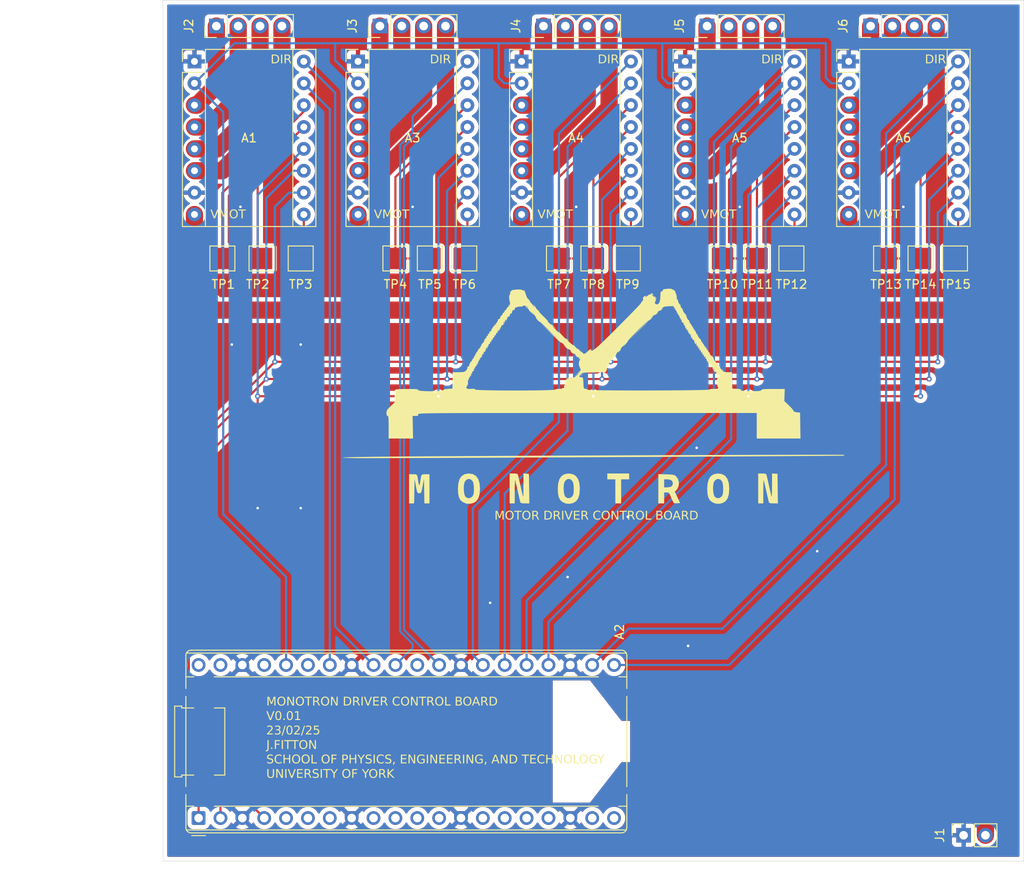
<source format=kicad_pcb>
(kicad_pcb (version 20241229) (generator "pcbnew") (generator_version "9.0")
  (layers (0 "F.Cu" signal) (2 "B.Cu" signal) (13 "F.Paste" user) (15 "B.Paste" user) (5 "F.SilkS" user "F.Silkscreen") (7 "B.SilkS" user "B.Silkscreen") (1 "F.Mask" user) (3 "B.Mask" user) (25 "Edge.Cuts" user))
  (net 0 "")
  (net 1 "GND")
  (net 2 "/RST_M1")
  (net 3 "1B_M1")
  (net 4 "1A_M1")
  (net 5 "MS1")
  (net 6 "2A_M1")
  (net 7 "MS2")
  (net 8 "DIR_M1")
  (net 9 "MS3")
  (net 10 "STP_M1")
  (net 11 "2B_M1")
  (net 12 "+12V")
  (net 13 "/EN_M1")
  (net 14 "+3.3V")
  (net 17 "STP_M4")
  (net 19 "DIR_M2")
  (net 21 "+5V")
  (net 25 "STP_M3")
  (net 26 "DIR_M4")
  (net 28 "STP_M2")
  (net 30 "DIR_M3")
  (net 31 "DIR_M5")
  (net 32 "STP_M5")
  (net 33 "1A_M2")
  (net 34 "2A_M2")
  (net 35 "2B_M2")
  (net 36 "1B_M2")
  (net 37 "/EN_M2")
  (net 38 "/RST_M2")
  (net 39 "2B_M3")
  (net 40 "/RST_M3")
  (net 41 "1B_M3")
  (net 42 "2A_M3")
  (net 43 "1A_M3")
  (net 44 "/EN_M3")
  (net 45 "/RST_M4")
  (net 46 "1A_M4")
  (net 47 "1B_M4")
  (net 48 "/EN_M4")
  (net 49 "2A_M4")
  (net 50 "2B_M4")
  (net 51 "/EN_M5")
  (net 52 "/RST_M5")
  (net 53 "1B_M5")
  (net 54 "1A_M5")
  (net 55 "2A_M5")
  (net 56 "2B_M5")
  (footprint "TestPoint:TestPoint_Pad_2.5x2.5mm" (layer "F.Cu") (at 153 70)
    (property "Reference" "TP12" (at 0 3 0) (layer "F.SilkS"))
    (property "Value" "TestPoint" (hide yes))
    (pad "1" smd rect (at 0 0) (size 2.5 2.5) (layers "F.Cu" "F.Mask") (net 48 "/EN_M4"))
  )
  (footprint "TestPoint:TestPoint_Pad_2.5x2.5mm" (layer "F.Cu") (at 172 70)
    (property "Reference" "TP15" (at 0 3 0) (layer "F.SilkS"))
    (property "Value" "TestPoint" (hide yes))
    (pad "1" smd rect (at 0 0) (size 2.5 2.5) (layers "F.Cu" "F.Mask") (net 51 "/EN_M5"))
  )
  (footprint "Connector_PinHeader_2.54mm:PinHeader_1x04_P2.54mm_Vertical" (layer "F.Cu") (at 86.2 43 90)
    (property "Reference" "J2" (at 0 -3.2 90) (layer "F.SilkS"))
    (property "Value" "Conn_01x04_Pin" (hide yes))
    (pad "1" thru_hole rect (at 0 0 90) (size 1.7 1.7) (drill 1) (layers "*.Cu" "*.Mask") (net 3 "1B_M1"))
    (pad "2" thru_hole oval (at 0 2.54 90) (size 1.7 1.7) (drill 1) (layers "*.Cu" "*.Mask") (net 4 "1A_M1"))
    (pad "3" thru_hole oval (at 0 5.08 90) (size 1.7 1.7) (drill 1) (layers "*.Cu" "*.Mask") (net 6 "2A_M1"))
    (pad "4" thru_hole oval (at 0 7.62 90) (size 1.7 1.7) (drill 1) (layers "*.Cu" "*.Mask") (net 11 "2B_M1"))
  )
  (footprint "LOGO" (layer "F.Cu") (at 130.005662 89.982168)
    (property "Reference" "G***" (hide yes))
    (property "Value" "LOGO" (hide yes))
  )
  (footprint "TestPoint:TestPoint_Pad_2.5x2.5mm" (layer "F.Cu") (at 86.9 70 90)
    (property "Reference" "TP1" (at -3 0.1 180) (layer "F.SilkS"))
    (property "Value" "TestPoint" (hide yes))
    (pad "1" smd rect (at 0 0 90) (size 2.5 2.5) (layers "F.Cu" "F.Mask") (net 2 "/RST_M1"))
  )
  (footprint "TestPoint:TestPoint_Pad_2.5x2.5mm" (layer "F.Cu") (at 145 70)
    (property "Reference" "TP10" (at 0 3 0) (layer "F.SilkS"))
    (property "Value" "TestPoint" (hide yes))
    (pad "1" smd rect (at 0 0) (size 2.5 2.5) (layers "F.Cu" "F.Mask") (net 45 "/RST_M4"))
  )
  (footprint "Connector_PinHeader_2.54mm:PinHeader_1x04_P2.54mm_Vertical" (layer "F.Cu") (at 124.2 43 90)
    (property "Reference" "J4" (at 0 -3.2 90) (layer "F.SilkS"))
    (property "Value" "Conn_01x04_Pin" (hide yes))
    (pad "1" thru_hole rect (at 0 0 90) (size 1.7 1.7) (drill 1) (layers "*.Cu" "*.Mask") (net 41 "1B_M3"))
    (pad "2" thru_hole oval (at 0 2.54 90) (size 1.7 1.7) (drill 1) (layers "*.Cu" "*.Mask") (net 43 "1A_M3"))
    (pad "3" thru_hole oval (at 0 5.08 90) (size 1.7 1.7) (drill 1) (layers "*.Cu" "*.Mask") (net 42 "2A_M3"))
    (pad "4" thru_hole oval (at 0 7.62 90) (size 1.7 1.7) (drill 1) (layers "*.Cu" "*.Mask") (net 39 "2B_M3"))
  )
  (footprint "Connector_PinHeader_2.54mm:PinHeader_1x04_P2.54mm_Vertical" (layer "F.Cu") (at 105.2 43 90)
    (property "Reference" "J3" (at 0 -3.2 90) (layer "F.SilkS"))
    (property "Value" "Conn_01x04_Pin" (hide yes))
    (pad "1" thru_hole rect (at 0 0 90) (size 1.7 1.7) (drill 1) (layers "*.Cu" "*.Mask") (net 36 "1B_M2"))
    (pad "2" thru_hole oval (at 0 2.54 90) (size 1.7 1.7) (drill 1) (layers "*.Cu" "*.Mask") (net 33 "1A_M2"))
    (pad "3" thru_hole oval (at 0 5.08 90) (size 1.7 1.7) (drill 1) (layers "*.Cu" "*.Mask") (net 34 "2A_M2"))
    (pad "4" thru_hole oval (at 0 7.62 90) (size 1.7 1.7) (drill 1) (layers "*.Cu" "*.Mask") (net 35 "2B_M2"))
  )
  (footprint "Module:Pololu_Breakout-16_15.2x20.3mm" (layer "F.Cu") (at 140.66 47.11)
    (property "Reference" "A5" (at 6.34 8.89 0) (layer "F.SilkS"))
    (property "Value" "Pololu_Breakout_A4988" (hide yes))
    (pad "1" thru_hole rect (at 0 0) (size 1.6 1.6) (drill 0.8) (layers "*.Cu" "*.Mask") (net 1 "GND"))
    (pad "2" thru_hole oval (at 0 2.54) (size 1.6 1.6) (drill 0.8) (layers "*.Cu" "*.Mask") (net 14 "+3.3V"))
    (pad "3" thru_hole oval (at 0 5.08) (size 1.6 1.6) (drill 0.8) (layers "*.Cu" "*.Mask") (net 47 "1B_M4"))
    (pad "4" thru_hole oval (at 0 7.62) (size 1.6 1.6) (drill 0.8) (layers "*.Cu" "*.Mask") (net 46 "1A_M4"))
    (pad "5" thru_hole oval (at 0 10.16) (size 1.6 1.6) (drill 0.8) (layers "*.Cu" "*.Mask") (net 49 "2A_M4"))
    (pad "6" thru_hole oval (at 0 12.7) (size 1.6 1.6) (drill 0.8) (layers "*.Cu" "*.Mask") (net 50 "2B_M4"))
    (pad "7" thru_hole oval (at 0 15.24) (size 1.6 1.6) (drill 0.8) (layers "*.Cu" "*.Mask") (net 1 "GND"))
    (pad "8" thru_hole oval (at 0 17.78) (size 1.6 1.6) (drill 0.8) (layers "*.Cu" "*.Mask") (net 12 "+12V"))
    (pad "9" thru_hole oval (at 12.7 17.78) (size 1.6 1.6) (drill 0.8) (layers "*.Cu" "*.Mask") (net 48 "/EN_M4"))
    (pad "10" thru_hole oval (at 12.7 15.24) (size 1.6 1.6) (drill 0.8) (layers "*.Cu" "*.Mask") (net 5 "MS1"))
    (pad "11" thru_hole oval (at 12.7 12.7) (size 1.6 1.6) (drill 0.8) (layers "*.Cu" "*.Mask") (net 7 "MS2"))
    (pad "12" thru_hole oval (at 12.7 10.16) (size 1.6 1.6) (drill 0.8) (layers "*.Cu" "*.Mask") (net 9 "MS3"))
    (pad "13" thru_hole oval (at 12.7 7.62) (size 1.6 1.6) (drill 0.8) (layers "*.Cu" "*.Mask") (net 45 "/RST_M4"))
    (pad "14" thru_hole oval (at 12.7 5.08) (size 1.6 1.6) (drill 0.8) (layers "*.Cu" "*.Mask") (net 45 "/RST_M4"))
    (pad "15" thru_hole oval (at 12.7 2.54) (size 1.6 1.6) (drill 0.8) (layers "*.Cu" "*.Mask") (net 17 "STP_M4"))
    (pad "16" thru_hole oval (at 12.7 0) (size 1.6 1.6) (drill 0.8) (layers "*.Cu" "*.Mask") (net 26 "DIR_M4"))
  )
  (footprint "Connector_PinHeader_2.54mm:PinHeader_1x04_P2.54mm_Vertical" (layer "F.Cu") (at 162.2 43 90)
    (property "Reference" "J6" (at 0 -3.2 90) (layer "F.SilkS"))
    (property "Value" "Conn_01x04_Pin" (hide yes))
    (pad "1" thru_hole rect (at 0 0 90) (size 1.7 1.7) (drill 1) (layers "*.Cu" "*.Mask") (net 53 "1B_M5"))
    (pad "2" thru_hole oval (at 0 2.54 90) (size 1.7 1.7) (drill 1) (layers "*.Cu" "*.Mask") (net 54 "1A_M5"))
    (pad "3" thru_hole oval (at 0 5.08 90) (size 1.7 1.7) (drill 1) (layers "*.Cu" "*.Mask") (net 55 "2A_M5"))
    (pad "4" thru_hole oval (at 0 7.62 90) (size 1.7 1.7) (drill 1) (layers "*.Cu" "*.Mask") (net 56 "2B_M5"))
  )
  (footprint "TestPoint:TestPoint_Pad_2.5x2.5mm" (layer "F.Cu") (at 91.45 70 90)
    (property "Reference" "TP2" (at -3 -0.45 180) (layer "F.SilkS"))
    (property "Value" "TestPoint" (hide yes))
    (pad "1" smd rect (at 0 0 90) (size 2.5 2.5) (layers "F.Cu" "F.Mask") (net 2 "/RST_M1"))
  )
  (footprint "TestPoint:TestPoint_Pad_2.5x2.5mm" (layer "F.Cu") (at 107 70)
    (property "Reference" "TP4" (at 0 3 0) (layer "F.SilkS"))
    (property "Value" "TestPoint" (hide yes))
    (pad "1" smd rect (at 0 0) (size 2.5 2.5) (layers "F.Cu" "F.Mask") (net 38 "/RST_M2"))
  )
  (footprint "Module:Pololu_Breakout-16_15.2x20.3mm" (layer "F.Cu") (at 83.66 47.11)
    (property "Reference" "A1" (at 6.34 8.89 0) (layer "F.SilkS"))
    (property "Value" "Pololu_Breakout_A4988")
    (pad "1" thru_hole rect (at 0 0) (size 1.6 1.6) (drill 0.8) (layers "*.Cu" "*.Mask") (net 1 "GND"))
    (pad "2" thru_hole oval (at 0 2.54) (size 1.6 1.6) (drill 0.8) (layers "*.Cu" "*.Mask") (net 14 "+3.3V"))
    (pad "3" thru_hole oval (at 0 5.08) (size 1.6 1.6) (drill 0.8) (layers "*.Cu" "*.Mask") (net 3 "1B_M1"))
    (pad "4" thru_hole oval (at 0 7.62) (size 1.6 1.6) (drill 0.8) (layers "*.Cu" "*.Mask") (net 4 "1A_M1"))
    (pad "5" thru_hole oval (at 0 10.16) (size 1.6 1.6) (drill 0.8) (layers "*.Cu" "*.Mask") (net 6 "2A_M1"))
    (pad "6" thru_hole oval (at 0 12.7) (size 1.6 1.6) (drill 0.8) (layers "*.Cu" "*.Mask") (net 11 "2B_M1"))
    (pad "7" thru_hole oval (at 0 15.24) (size 1.6 1.6) (drill 0.8) (layers "*.Cu" "*.Mask") (net 1 "GND"))
    (pad "8" thru_hole oval (at 0 17.78) (size 1.6 1.6) (drill 0.8) (layers "*.Cu" "*.Mask") (net 12 "+12V"))
    (pad "9" thru_hole oval (at 12.7 17.78) (size 1.6 1.6) (drill 0.8) (layers "*.Cu" "*.Mask") (net 13 "/EN_M1"))
    (pad "10" thru_hole oval (at 12.7 15.24) (size 1.6 1.6) (drill 0.8) (layers "*.Cu" "*.Mask") (net 5 "MS1"))
    (pad "11" thru_hole oval (at 12.7 12.7) (size 1.6 1.6) (drill 0.8) (layers "*.Cu" "*.Mask") (net 7 "MS2"))
    (pad "12" thru_hole oval (at 12.7 10.16) (size 1.6 1.6) (drill 0.8) (layers "*.Cu" "*.Mask") (net 9 "MS3"))
    (pad "13" thru_hole oval (at 12.7 7.62) (size 1.6 1.6) (drill 0.8) (layers "*.Cu" "*.Mask") (net 2 "/RST_M1"))
    (pad "14" thru_hole oval (at 12.7 5.08) (size 1.6 1.6) (drill 0.8) (layers "*.Cu" "*.Mask") (net 2 "/RST_M1"))
    (pad "15" thru_hole oval (at 12.7 2.54) (size 1.6 1.6) (drill 0.8) (layers "*.Cu" "*.Mask") (net 10 "STP_M1"))
    (pad "16" thru_hole oval (at 12.7 0) (size 1.6 1.6) (drill 0.8) (layers "*.Cu" "*.Mask") (net 8 "DIR_M1"))
  )
  (footprint "TestPoint:TestPoint_Pad_2.5x2.5mm" (layer "F.Cu") (at 115 70)
    (property "Reference" "TP6" (at 0 3 0) (layer "F.SilkS"))
    (property "Value" "TestPoint" (hide yes))
    (pad "1" smd rect (at 0 0) (size 2.5 2.5) (layers "F.Cu" "F.Mask") (net 37 "/EN_M2"))
  )
  (footprint "TestPoint:TestPoint_Pad_2.5x2.5mm" (layer "F.Cu") (at 111 70)
    (property "Reference" "TP5" (at 0 3 0) (layer "F.SilkS"))
    (property "Value" "TestPoint" (hide yes))
    (pad "1" smd rect (at 0 0) (size 2.5 2.5) (layers "F.Cu" "F.Mask") (net 38 "/RST_M2"))
  )
  (footprint "TestPoint:TestPoint_Pad_2.5x2.5mm" (layer "F.Cu") (at 96 70 90)
    (property "Reference" "TP3" (at -3 0 180) (layer "F.SilkS"))
    (property "Value" "TestPoint" (hide yes))
    (pad "1" smd rect (at 0 0 90) (size 2.5 2.5) (layers "F.Cu" "F.Mask") (net 13 "/EN_M1"))
  )
  (footprint "TestPoint:TestPoint_Pad_2.5x2.5mm" (layer "F.Cu") (at 134 70)
    (property "Reference" "TP9" (at 0 3 0) (layer "F.SilkS"))
    (property "Value" "TestPoint" (hide yes))
    (pad "1" smd rect (at 0 0) (size 2.5 2.5) (layers "F.Cu" "F.Mask") (net 44 "/EN_M3"))
  )
  (footprint "TestPoint:TestPoint_Pad_2.5x2.5mm" (layer "F.Cu") (at 130 70)
    (property "Reference" "TP8" (at 0 3 0) (layer "F.SilkS"))
    (property "Value" "TestPoint" (hide yes))
    (pad "1" smd rect (at 0 0) (size 2.5 2.5) (layers "F.Cu" "F.Mask") (net 40 "/RST_M3"))
  )
  (footprint "Module:Pololu_Breakout-16_15.2x20.3mm" (layer "F.Cu") (at 102.66 47.11)
    (property "Reference" "A3" (at 6.34 8.89 0) (layer "F.SilkS"))
    (property "Value" "Pololu_Breakout_A4988" (hide yes))
    (pad "1" thru_hole rect (at 0 0) (size 1.6 1.6) (drill 0.8) (layers "*.Cu" "*.Mask") (net 1 "GND"))
    (pad "2" thru_hole oval (at 0 2.54) (size 1.6 1.6) (drill 0.8) (layers "*.Cu" "*.Mask") (net 14 "+3.3V"))
    (pad "3" thru_hole oval (at 0 5.08) (size 1.6 1.6) (drill 0.8) (layers "*.Cu" "*.Mask") (net 36 "1B_M2"))
    (pad "4" thru_hole oval (at 0 7.62) (size 1.6 1.6) (drill 0.8) (layers "*.Cu" "*.Mask") (net 33 "1A_M2"))
    (pad "5" thru_hole oval (at 0 10.16) (size 1.6 1.6) (drill 0.8) (layers "*.Cu" "*.Mask") (net 34 "2A_M2"))
    (pad "6" thru_hole oval (at 0 12.7) (size 1.6 1.6) (drill 0.8) (layers "*.Cu" "*.Mask") (net 35 "2B_M2"))
    (pad "7" thru_hole oval (at 0 15.24) (size 1.6 1.6) (drill 0.8) (layers "*.Cu" "*.Mask") (net 1 "GND"))
    (pad "8" thru_hole oval (at 0 17.78) (size 1.6 1.6) (drill 0.8) (layers "*.Cu" "*.Mask") (net 12 "+12V"))
    (pad "9" thru_hole oval (at 12.7 17.78) (size 1.6 1.6) (drill 0.8) (layers "*.Cu" "*.Mask") (net 37 "/EN_M2"))
    (pad "10" thru_hole oval (at 12.7 15.24) (size 1.6 1.6) (drill 0.8) (layers "*.Cu" "*.Mask") (net 5 "MS1"))
    (pad "11" thru_hole oval (at 12.7 12.7) (size 1.6 1.6) (drill 0.8) (layers "*.Cu" "*.Mask") (net 7 "MS2"))
    (pad "12" thru_hole oval (at 12.7 10.16) (size 1.6 1.6) (drill 0.8) (layers "*.Cu" "*.Mask") (net 9 "MS3"))
    (pad "13" thru_hole oval (at 12.7 7.62) (size 1.6 1.6) (drill 0.8) (layers "*.Cu" "*.Mask") (net 38 "/RST_M2"))
    (pad "14" thru_hole oval (at 12.7 5.08) (size 1.6 1.6) (drill 0.8) (layers "*.Cu" "*.Mask") (net 38 "/RST_M2"))
    (pad "15" thru_hole oval (at 12.7 2.54) (size 1.6 1.6) (drill 0.8) (layers "*.Cu" "*.Mask") (net 28 "STP_M2"))
    (pad "16" thru_hole oval (at 12.7 0) (size 1.6 1.6) (drill 0.8) (layers "*.Cu" "*.Mask") (net 19 "DIR_M2"))
  )
  (footprint "Module:Pololu_Breakout-16_15.2x20.3mm" (layer "F.Cu") (at 121.66 47.11)
    (property "Reference" "A4" (at 6.34 8.89 0) (layer "F.SilkS"))
    (property "Value" "Pololu_Breakout_A4988" (hide yes))
    (pad "1" thru_hole rect (at 0 0) (size 1.6 1.6) (drill 0.8) (layers "*.Cu" "*.Mask") (net 1 "GND"))
    (pad "2" thru_hole oval (at 0 2.54) (size 1.6 1.6) (drill 0.8) (layers "*.Cu" "*.Mask") (net 14 "+3.3V"))
    (pad "3" thru_hole oval (at 0 5.08) (size 1.6 1.6) (drill 0.8) (layers "*.Cu" "*.Mask") (net 41 "1B_M3"))
    (pad "4" thru_hole oval (at 0 7.62) (size 1.6 1.6) (drill 0.8) (layers "*.Cu" "*.Mask") (net 43 "1A_M3"))
    (pad "5" thru_hole oval (at 0 10.16) (size 1.6 1.6) (drill 0.8) (layers "*.Cu" "*.Mask") (net 42 "2A_M3"))
    (pad "6" thru_hole oval (at 0 12.7) (size 1.6 1.6) (drill 0.8) (layers "*.Cu" "*.Mask") (net 39 "2B_M3"))
    (pad "7" thru_hole oval (at 0 15.24) (size 1.6 1.6) (drill 0.8) (layers "*.Cu" "*.Mask") (net 1 "GND"))
    (pad "8" thru_hole oval (at 0 17.78) (size 1.6 1.6) (drill 0.8) (layers "*.Cu" "*.Mask") (net 12 "+12V"))
    (pad "9" thru_hole oval (at 12.7 17.78) (size 1.6 1.6) (drill 0.8) (layers "*.Cu" "*.Mask") (net 44 "/EN_M3"))
    (pad "10" thru_hole oval (at 12.7 15.24) (size 1.6 1.6) (drill 0.8) (layers "*.Cu" "*.Mask") (net 5 "MS1"))
    (pad "11" thru_hole oval (at 12.7 12.7) (size 1.6 1.6) (drill 0.8) (layers "*.Cu" "*.Mask") (net 7 "MS2"))
    (pad "12" thru_hole oval (at 12.7 10.16) (size 1.6 1.6) (drill 0.8) (layers "*.Cu" "*.Mask") (net 9 "MS3"))
    (pad "13" thru_hole oval (at 12.7 7.62) (size 1.6 1.6) (drill 0.8) (layers "*.Cu" "*.Mask") (net 40 "/RST_M3"))
    (pad "14" thru_hole oval (at 12.7 5.08) (size 1.6 1.6) (drill 0.8) (layers "*.Cu" "*.Mask") (net 40 "/RST_M3"))
    (pad "15" thru_hole oval (at 12.7 2.54) (size 1.6 1.6) (drill 0.8) (layers "*.Cu" "*.Mask") (net 25 "STP_M3"))
    (pad "16" thru_hole oval (at 12.7 0) (size 1.6 1.6) (drill 0.8) (layers "*.Cu" "*.Mask") (net 30 "DIR_M3"))
  )
  (footprint "Connector_PinHeader_2.54mm:PinHeader_1x04_P2.54mm_Vertical" (layer "F.Cu") (at 143.2 43 90)
    (property "Reference" "J5" (at 0 -3.2 90) (layer "F.SilkS"))
    (property "Value" "Conn_01x04_Pin" (hide yes))
    (pad "1" thru_hole rect (at 0 0 90) (size 1.7 1.7) (drill 1) (layers "*.Cu" "*.Mask") (net 47 "1B_M4"))
    (pad "2" thru_hole oval (at 0 2.54 90) (size 1.7 1.7) (drill 1) (layers "*.Cu" "*.Mask") (net 46 "1A_M4"))
    (pad "3" thru_hole oval (at 0 5.08 90) (size 1.7 1.7) (drill 1) (layers "*.Cu" "*.Mask") (net 49 "2A_M4"))
    (pad "4" thru_hole oval (at 0 7.62 90) (size 1.7 1.7) (drill 1) (layers "*.Cu" "*.Mask") (net 50 "2B_M4"))
  )
  (footprint "Connector_PinSocket_2.54mm:PinSocket_1x02_P2.54mm_Vertical" (layer "F.Cu") (at 173 137 90)
    (property "Reference" "J1" (at 0 -2.77 90) (layer "F.SilkS"))
    (property "Value" "Conn_01x02_Pin")
    (pad "1" thru_hole rect (at 0 0 90) (size 1.7 1.7) (drill 1) (layers "*.Cu" "*.Mask") (net 1 "GND"))
    (pad "2" thru_hole oval (at 0 2.54 90) (size 1.7 1.7) (drill 1) (layers "*.Cu" "*.Mask") (net 12 "+12V"))
  )
  (footprint "TestPoint:TestPoint_Pad_2.5x2.5mm" (layer "F.Cu") (at 126 70)
    (property "Reference" "TP7" (at 0 3 0) (layer "F.SilkS"))
    (property "Value" "TestPoint" (hide yes))
    (pad "1" smd rect (at 0 0) (size 2.5 2.5) (layers "F.Cu" "F.Mask") (net 40 "/RST_M3"))
  )
  (footprint "TestPoint:TestPoint_Pad_2.5x2.5mm" (layer "F.Cu") (at 168 70)
    (property "Reference" "TP14" (at 0 3 0) (layer "F.SilkS"))
    (property "Value" "TestPoint" (hide yes))
    (pad "1" smd rect (at 0 0) (size 2.5 2.5) (layers "F.Cu" "F.Mask") (net 52 "/RST_M5"))
  )
  (footprint "Module:RaspberryPi_Pico_Common_THT" (layer "F.Cu") (at 84.14 135 90)
    (property "Reference" "A2" (at 20.6375 48.895 90) (layer "F.SilkS") (effects (justify left)))
    (property "Value" "RaspberryPi_Pico")
    (pad "1" thru_hole roundrect (at 0 0 90) (size 1.6 1.6) (drill 1) (layers "*.Cu" "*.Mask") (roundrect_rratio 0.125) (net 5 "MS1"))
    (pad "2" thru_hole circle (at 0 2.54 90) (size 1.6 1.6) (drill 1) (layers "*.Cu" "*.Mask") (net 7 "MS2"))
    (pad "3" thru_hole custom (at 0 5.08 90) (size 1.6 1.6) (drill 1) (layers "*.Cu" "*.Mask") (net 1 "GND") (options (clearance outline) (anchor circle)) (primitives (gr_poly (pts (xy 0.8 0.6) (xy 0.8 -0.6) (xy 0.6 -0.8) (xy 0 -0.8) (xy 0 0.8) (xy 0.6 0.8)) (width 0) (fill yes)) (gr_circle (center 0.6 0.6) (end 0.8 0.6) (width 0) (fill yes)) (gr_circle (center 0.6 -0.6) (end 0.8 -0.6) (width 0) (fill yes))))
    (pad "4" thru_hole circle (at 0 7.62 90) (size 1.6 1.6) (drill 1) (layers "*.Cu" "*.Mask") (net 9 "MS3"))
    (pad "5" thru_hole circle (at 0 10.16 90) (size 1.6 1.6) (drill 1) (layers "*.Cu" "*.Mask"))
    (pad "6" thru_hole circle (at 0 12.7 90) (size 1.6 1.6) (drill 1) (layers "*.Cu" "*.Mask"))
    (pad "7" thru_hole circle (at 0 15.24 90) (size 1.6 1.6) (drill 1) (layers "*.Cu" "*.Mask"))
    (pad "8" thru_hole custom (at 0 17.78 90) (size 1.6 1.6) (drill 1) (layers "*.Cu" "*.Mask") (net 1 "GND") (options (clearance outline) (anchor circle)) (primitives (gr_poly (pts (xy 0.8 0.6) (xy 0.8 -0.6) (xy 0.6 -0.8) (xy 0 -0.8) (xy 0 0.8) (xy 0.6 0.8)) (width 0) (fill yes)) (gr_circle (center 0.6 0.6) (end 0.8 0.6) (width 0) (fill yes)) (gr_circle (center 0.6 -0.6) (end 0.8 -0.6) (width 0) (fill yes))))
    (pad "9" thru_hole circle (at 0 20.32 90) (size 1.6 1.6) (drill 1) (layers "*.Cu" "*.Mask"))
    (pad "10" thru_hole circle (at 0 22.86 90) (size 1.6 1.6) (drill 1) (layers "*.Cu" "*.Mask"))
    (pad "11" thru_hole circle (at 0 25.4 90) (size 1.6 1.6) (drill 1) (layers "*.Cu" "*.Mask"))
    (pad "12" thru_hole circle (at 0 27.94 90) (size 1.6 1.6) (drill 1) (layers "*.Cu" "*.Mask"))
    (pad "13" thru_hole custom (at 0 30.48 90) (size 1.6 1.6) (drill 1) (layers "*.Cu" "*.Mask") (net 1 "GND") (options (clearance outline) (anchor circle)) (primitives (gr_poly (pts (xy 0.8 0.6) (xy 0.8 -0.6) (xy 0.6 -0.8) (xy 0 -0.8) (xy 0 0.8) (xy 0.6 0.8)) (width 0) (fill yes)) (gr_circle (center 0.6 0.6) (end 0.8 0.6) (width 0) (fill yes)) (gr_circle (center 0.6 -0.6) (end 0.8 -0.6) (width 0) (fill yes))))
    (pad "14" thru_hole circle (at 0 33.02 90) (size 1.6 1.6) (drill 1) (layers "*.Cu" "*.Mask"))
    (pad "15" thru_hole circle (at 0 35.56 90) (size 1.6 1.6) (drill 1) (layers "*.Cu" "*.Mask"))
    (pad "16" thru_hole circle (at 0 38.1 90) (size 1.6 1.6) (drill 1) (layers "*.Cu" "*.Mask"))
    (pad "17" thru_hole circle (at 0 40.64 90) (size 1.6 1.6) (drill 1) (layers "*.Cu" "*.Mask"))
    (pad "18" thru_hole custom (at 0 43.18 90) (size 1.6 1.6) (drill 1) (layers "*.Cu" "*.Mask") (net 1 "GND") (options (clearance outline) (anchor circle)) (primitives (gr_poly (pts (xy 0.8 0.6) (xy 0.8 -0.6) (xy 0.6 -0.8) (xy 0 -0.8) (xy 0 0.8) (xy 0.6 0.8)) (width 0) (fill yes)) (gr_circle (center 0.6 0.6) (end 0.8 0.6) (width 0) (fill yes)) (gr_circle (center 0.6 -0.6) (end 0.8 -0.6) (width 0) (fill yes))))
    (pad "19" thru_hole circle (at 0 45.72 90) (size 1.6 1.6) (drill 1) (layers "*.Cu" "*.Mask"))
    (pad "20" thru_hole circle (at 0 48.26 90) (size 1.6 1.6) (drill 1) (layers "*.Cu" "*.Mask"))
    (pad "21" thru_hole circle (at 17.78 48.26 90) (size 1.6 1.6) (drill 1) (layers "*.Cu" "*.Mask") (net 32 "STP_M5"))
    (pad "22" thru_hole circle (at 17.78 45.72 90) (size 1.6 1.6) (drill 1) (layers "*.Cu" "*.Mask") (net 31 "DIR_M5"))
    (pad "23" thru_hole custom (at 17.78 43.18 90) (size 1.6 1.6) (drill 1) (layers "*.Cu" "*.Mask") (net 1 "GND") (options (clearance outline) (anchor circle)) (primitives (gr_poly (pts (xy -0.8 0.6) (xy -0.8 -0.6) (xy -0.6 -0.8) (xy 0 -0.8) (xy 0 0.8) (xy -0.6 0.8)) (width 0) (fill yes)) (gr_circle (center -0.6 0.6) (end -0.4 0.6) (width 0) (fill yes)) (gr_circle (center -0.6 -0.6) (end -0.4 -0.6) (width 0) (fill yes))))
    (pad "24" thru_hole circle (at 17.78 40.64 90) (size 1.6 1.6) (drill 1) (layers "*.Cu" "*.Mask") (net 17 "STP_M4"))
    (pad "25" thru_hole circle (at 17.78 38.1 90) (size 1.6 1.6) (drill 1) (layers "*.Cu" "*.Mask") (net 26 "DIR_M4"))
    (pad "26" thru_hole circle (at 17.78 35.56 90) (size 1.6 1.6) (drill 1) (layers "*.Cu" "*.Mask") (net 25 "STP_M3"))
    (pad "27" thru_hole circle (at 17.78 33.02 90) (size 1.6 1.6) (drill 1) (layers "*.Cu" "*.Mask") (net 30 "DIR_M3"))
    (pad "28" thru_hole custom (at 17.78 30.48 90) (size 1.6 1.6) (drill 1) (layers "*.Cu" "*.Mask") (net 1 "GND") (options (clearance outline) (anchor circle)) (primitives (gr_poly (pts (xy -0.8 0.6) (xy -0.8 -0.6) (xy -0.6 -0.8) (xy 0 -0.8) (xy 0 0.8) (xy -0.6 0.8)) (width 0) (fill yes)) (gr_circle (center -0.6 0.6) (end -0.4 0.6) (width 0) (fill yes)) (gr_circle (center -0.6 -0.6) (end -0.4 -0.6) (width 0) (fill yes))))
    (pad "29" thru_hole circle (at 17.78 27.94 90) (size 1.6 1.6) (drill 1) (layers "*.Cu" "*.Mask") (net 28 "STP_M2"))
    (pad "30" thru_hole circle (at 17.78 25.4 90) (size 1.6 1.6) (drill 1) (layers "*.Cu" "*.Mask"))
    (pad "31" thru_hole circle (at 17.78 22.86 90) (size 1.6 1.6) (drill 1) (layers "*.Cu" "*.Mask") (net 19 "DIR_M2"))
    (pad "32" thru_hole circle (at 17.78 20.32 90) (size 1.6 1.6) (drill 1) (layers "*.Cu" "*.Mask") (net 8 "DIR_M1"))
    (pad "33" thru_hole custom (at 17.78 17.78 90) (size 1.6 1.6) (drill 1) (layers "*.Cu" "*.Mask") (net 1 "GND") (options (clearance outline) (anchor circle)) (primitives (gr_poly (pts (xy -0.8 0.6) (xy -0.8 -0.6) (xy -0.6 -0.8) (xy 0 -0.8) (xy 0 0.8) (xy -0.6 0.8)) (width 0) (fill yes)) (gr_circle (center -0.6 0.6) (end -0.4 0.6) (width 0) (fill yes)) (gr_circle (center -0.6 -0.6) (end -0.4 -0.6) (width 0) (fill yes))))
    (pad "34" thru_hole circle (at 17.78 15.24 90) (size 1.6 1.6) (drill 1) (layers "*.Cu" "*.Mask") (net 10 "STP_M1"))
    (pad "35" thru_hole circle (at 17.78 12.7 90) (size 1.6 1.6) (drill 1) (layers "*.Cu" "*.Mask"))
    (pad "36" thru_hole circle (at 17.78 10.16 90) (size 1.6 1.6) (drill 1) (layers "*.Cu" "*.Mask") (net 14 "+3.3V"))
    (pad "37" thru_hole circle (at 17.78 7.62 90) (size 1.6 1.6) (drill 1) (layers "*.Cu" "*.Mask"))
    (pad "38" thru_hole custom (at 17.78 5.08 90) (size 1.6 1.6) (drill 1) (layers "*.Cu" "*.Mask") (net 1 "GND") (options (clearance outline) (anchor circle)) (primitives (gr_poly (pts (xy -0.8 0.6) (xy -0.8 -0.6) (xy -0.6 -0.8) (xy 0 -0.8) (xy 0 0.8) (xy -0.6 0.8)) (width 0) (fill yes)) (gr_circle (center -0.6 0.6) (end -0.4 0.6) (width 0) (fill yes)) (gr_circle (center -0.6 -0.6) (end -0.4 -0.6) (width 0) (fill yes))))
    (pad "39" thru_hole circle (at 17.78 2.54 90) (size 1.6 1.6) (drill 1) (layers "*.Cu" "*.Mask") (net 21 "+5V"))
    (pad "40" thru_hole circle (at 17.78 0 90) (size 1.6 1.6) (drill 1) (layers "*.Cu" "*.Mask"))
    (zone (net 0) (net_name "") (layers "F.Cu" "B.Cu" "F.Paste" "B.Paste") (name "Antenna Copper Keep Out") (connect_pads (clearance 0)) (min_thickness 0.254)
      (keepout (tracks not_allowed) (vias not_allowed) (pads not_allowed) (copperpour not_allowed) (footprints allowed))
      (fill (thermal_gap 0.508) (thermal_bridge_width 0.508))
      (polygon (pts (xy 133.259895 128.51) (xy 129.609895 133.21) (xy 125.27 133.21) (xy 125.27 119.01) (xy 129.609895 119.01) (xy 133.259895 123.71) (xy 134.27 123.71) (xy 134.27 128.51)))
    )
  )
  (footprint "Module:Pololu_Breakout-16_15.2x20.3mm" (layer "F.Cu") (at 159.66 47.11)
    (property "Reference" "A6" (at 6.35 8.89 0) (layer "F.SilkS"))
    (property "Value" "Pololu_Breakout_A4988" (hide yes))
    (pad "1" thru_hole rect (at 0 0) (size 1.6 1.6) (drill 0.8) (layers "*.Cu" "*.Mask") (net 1 "GND"))
    (pad "2" thru_hole oval (at 0 2.54) (size 1.6 1.6) (drill 0.8) (layers "*.Cu" "*.Mask") (net 14 "+3.3V"))
    (pad "3" thru_hole oval (at 0 5.08) (size 1.6 1.6) (drill 0.8) (layers "*.Cu" "*.Mask") (net 53 "1B_M5"))
    (pad "4" thru_hole oval (at 0 7.62) (size 1.6 1.6) (drill 0.8) (layers "*.Cu" "*.Mask") (net 54 "1A_M5"))
    (pad "5" thru_hole oval (at 0 10.16) (size 1.6 1.6) (drill 0.8) (layers "*.Cu" "*.Mask") (net 55 "2A_M5"))
    (pad "6" thru_hole oval (at 0 12.7) (size 1.6 1.6) (drill 0.8) (layers "*.Cu" "*.Mask") (net 56 "2B_M5"))
    (pad "7" thru_hole oval (at 0 15.24) (size 1.6 1.6) (drill 0.8) (layers "*.Cu" "*.Mask") (net 1 "GND"))
    (pad "8" thru_hole oval (at 0 17.78) (size 1.6 1.6) (drill 0.8) (layers "*.Cu" "*.Mask") (net 12 "+12V"))
    (pad "9" thru_hole oval (at 12.7 17.78) (size 1.6 1.6) (drill 0.8) (layers "*.Cu" "*.Mask") (net 51 "/EN_M5"))
    (pad "10" thru_hole oval (at 12.7 15.24) (size 1.6 1.6) (drill 0.8) (layers "*.Cu" "*.Mask") (net 5 "MS1"))
    (pad "11" thru_hole oval (at 12.7 12.7) (size 1.6 1.6) (drill 0.8) (layers "*.Cu" "*.Mask") (net 7 "MS2"))
    (pad "12" thru_hole oval (at 12.7 10.16) (size 1.6 1.6) (drill 0.8) (layers "*.Cu" "*.Mask") (net 9 "MS3"))
    (pad "13" thru_hole oval (at 12.7 7.62) (size 1.6 1.6) (drill 0.8) (layers "*.Cu" "*.Mask") (net 52 "/RST_M5"))
    (pad "14" thru_hole oval (at 12.7 5.08) (size 1.6 1.6) (drill 0.8) (layers "*.Cu" "*.Mask") (net 52 "/RST_M5"))
    (pad "15" thru_hole oval (at 12.7 2.54) (size 1.6 1.6) (drill 0.8) (layers "*.Cu" "*.Mask") (net 32 "STP_M5"))
    (pad "16" thru_hole oval (at 12.7 0) (size 1.6 1.6) (drill 0.8) (layers "*.Cu" "*.Mask") (net 31 "DIR_M5"))
  )
  (footprint "TestPoint:TestPoint_Pad_2.5x2.5mm" (layer "F.Cu") (at 149 70)
    (property "Reference" "TP11" (at 0 3 0) (layer "F.SilkS"))
    (property "Value" "TestPoint" (hide yes))
    (pad "1" smd rect (at 0 0) (size 2.5 2.5) (layers "F.Cu" "F.Mask") (net 45 "/RST_M4"))
  )
  (footprint "TestPoint:TestPoint_Pad_2.5x2.5mm" (layer "F.Cu") (at 164 70)
    (property "Reference" "TP13" (at 0 3 0) (layer "F.SilkS"))
    (property "Value" "TestPoint" (hide yes))
    (pad "1" smd rect (at 0 0) (size 2.5 2.5) (layers "F.Cu" "F.Mask") (net 52 "/RST_M5"))
  )
  (gr_rect (start 80 40) (end 180 140) (stroke (width 0.05)) (fill no) (layer "Edge.Cuts"))
  (gr_text "VMOT" (at 161.5 65.5 0) (layer "F.SilkS") (effects (font (size 1 1)) (justify left bottom)))
  (gr_text "VMOT" (at 85.5 65.5 0) (layer "F.SilkS") (effects (font (size 1 1)) (justify left bottom)))
  (gr_text "DIR" (at 92.5 47.5 0) (layer "F.SilkS") (effects (font (size 1 1)) (justify left bottom)))
  (gr_text "VMOT" (at 123.5 65.5 0) (layer "F.SilkS") (effects (font (size 1 1)) (justify left bottom)))
  (gr_text "VMOT" (at 142.5 65.5 0) (layer "F.SilkS") (effects (font (size 1 1)) (justify left bottom)))
  (gr_text "DIR" (at 130.5 47.5 0) (layer "F.SilkS") (effects (font (size 1 1)) (justify left bottom)))
  (gr_text "MOTOR DRIVER CONTROL BOARD" (at 118.5 100.5 0) (layer "F.SilkS") (effects (font (size 1 1)) (justify left bottom)))
  (gr_text "DIR" (at 149.5 47.5 0) (layer "F.SilkS") (effects (font (size 1 1)) (justify left bottom)))
  (gr_text "VMOT" (at 104.5 65.5 0) (layer "F.SilkS") (effects (font (size 1 1)) (justify left bottom)))
  (gr_text "MONOTRON DRIVER CONTROL BOARD\nV0.01\n23/02/25\nJ.FITTON\nSCHOOL OF PHYSICS, ENGINEERING, AND TECHNOLOGY\nUNIVERSITY OF YORK" (at 92 130.5 0) (layer "F.SilkS") (effects (font (size 1 1)) (justify left bottom)))
  (gr_text "DIR" (at 168.5 47.5 0) (layer "F.SilkS") (effects (font (size 1 1)) (justify left bottom)))
  (gr_text "DIR" (at 111 47.5 0) (layer "F.SilkS") (effects (font (size 1 1)) (justify left bottom)))
  (via (at 134 100) (size 0.6) (drill 0.3) (layers "F.Cu" "B.Cu") (net 1))
  (via (at 166 64) (size 0.6) (drill 0.3) (layers "F.Cu" "B.Cu") (net 1))
  (via (at 128 64) (size 0.6) (drill 0.3) (layers "F.Cu" "B.Cu") (net 1))
  (via (at 96 80) (size 0.6) (drill 0.3) (layers "F.Cu" "B.Cu") (net 1))
  (via (at 141 115) (size 0.6) (drill 0.3) (layers "F.Cu" "B.Cu") (net 1))
  (via (at 156 104) (size 0.6) (drill 0.3) (layers "F.Cu" "B.Cu") (net 1))
  (via (at 127 107) (size 0.6) (drill 0.3) (layers "F.Cu" "B.Cu") (net 1))
  (via (at 88 80) (size 0.6) (drill 0.3) (layers "F.Cu" "B.Cu") (net 1))
  (via (at 91 99) (size 0.6) (drill 0.3) (layers "F.Cu" "B.Cu") (net 1))
  (via (at 96 99) (size 0.6) (drill 0.3) (layers "F.Cu" "B.Cu") (net 1))
  (via (at 142 92) (size 0.6) (drill 0.3) (layers "F.Cu" "B.Cu") (net 1))
  (via (at 89 64) (size 0.6) (drill 0.3) (layers "F.Cu" "B.Cu") (net 1))
  (via (at 109 64) (size 0.6) (drill 0.3) (layers "F.Cu" "B.Cu") (net 1))
  (via (at 118 110) (size 0.6) (drill 0.3) (layers "F.Cu" "B.Cu") (net 1))
  (via (at 147 64) (size 0.6) (drill 0.3) (layers "F.Cu" "B.Cu") (net 1))
  (segment (start 96.36 52.19) (end 96.36 52.915) (width 0.25) (layer "F.Cu") (net 2))
  (segment (start 91.45 70) (end 86.9 70) (width 0.25) (layer "F.Cu") (net 2))
  (segment (start 91.45 70) (end 91 69.55) (width 0.25) (layer "F.Cu") (net 2))
  (segment (start 91 60.09) (end 96.36 54.73) (width 0.25) (layer "F.Cu") (net 2))
  (segment (start 86.9 62.375) (end 86.9 70) (width 0.25) (layer "F.Cu") (net 2))
  (segment (start 96.36 52.915) (end 86.9 62.375) (width 0.25) (layer "F.Cu") (net 2))
  (segment (start 91 69.55) (end 91 60.09) (width 0.25) (layer "F.Cu") (net 2))
  (segment (start 83.949842 52.19) (end 86.2 49.939842) (width 2) (layer "F.Cu") (net 3))
  (segment (start 83.66 52.19) (end 83.949842 52.19) (width 2) (layer "F.Cu") (net 3))
  (segment (start 86.2 49.939842) (end 86.2 43) (width 2) (layer "F.Cu") (net 3))
  (segment (start 83.66 54.73) (end 85.27 54.73) (width 2) (layer "F.Cu") (net 4))
  (segment (start 88.74 51.26) (end 88.74 43) (width 2) (layer "F.Cu") (net 4))
  (segment (start 85.27 54.73) (end 88.74 51.26) (width 2) (layer "F.Cu") (net 4))
  (segment (start 114 82) (end 93 82) (width 0.25) (layer "F.Cu") (net 5))
  (segment (start 84.14 133.14) (end 84.14 135) (width 0.25) (layer "F.Cu") (net 5))
  (segment (start 82 131) (end 84.14 133.14) (width 0.25) (layer "F.Cu") (net 5))
  (segment (start 170 82) (end 150 82) (width 0.25) (layer "F.Cu") (net 5))
  (segment (start 93 82) (end 82 93) (width 0.25) (layer "F.Cu") (net 5))
  (segment (start 82 93) (end 82 131) (width 0.25) (layer "F.Cu") (net 5))
  (segment (start 132 82) (end 114 82) (width 0.25) (layer "F.Cu") (net 5))
  (segment (start 150 82) (end 132 82) (width 0.25) (layer "F.Cu") (net 5))
  (via (at 132 82) (size 0.6) (drill 0.3) (layers "F.Cu" "B.Cu") (net 5))
  (via (at 150 82) (size 0.6) (drill 0.3) (layers "F.Cu" "B.Cu") (net 5))
  (via (at 93 82) (size 0.6) (drill 0.3) (layers "F.Cu" "B.Cu") (net 5))
  (via (at 170 82) (size 0.6) (drill 0.3) (layers "F.Cu" "B.Cu") (net 5))
  (via (at 114 82) (size 0.6) (drill 0.3) (layers "F.Cu" "B.Cu") (net 5))
  (segment (start 132 82) (end 132 64.71) (width 0.25) (layer "B.Cu") (net 5))
  (segment (start 132 64.71) (end 134.36 62.35) (width 0.25) (layer "B.Cu") (net 5))
  (segment (start 150 82) (end 150 65.71) (width 0.25) (layer "B.Cu") (net 5))
  (segment (start 94 63) (end 93 64) (width 0.25) (layer "B.Cu") (net 5))
  (segment (start 93 64) (end 93 82) (width 0.25) (layer "B.Cu") (net 5))
  (segment (start 94.65 62.35) (end 94 63) (width 0.25) (layer "B.Cu") (net 5))
  (segment (start 115.36 62.35) (end 114 63.71) (width 0.25) (layer "B.Cu") (net 5))
  (segment (start 150 65.71) (end 153.36 62.35) (width 0.25) (layer "B.Cu") (net 5))
  (segment (start 96.36 62.35) (end 94.65 62.35) (width 0.25) (layer "B.Cu") (net 5))
  (segment (start 170 82) (end 170 64.71) (width 0.25) (layer "B.Cu") (net 5))
  (segment (start 170 64.71) (end 172.36 62.35) (width 0.25) (layer "B.Cu") (net 5))
  (segment (start 114 63.71) (end 114 82) (width 0.25) (layer "B.Cu") (net 5))
  (segment (start 86.292068 57.27) (end 91.28 52.282068) (width 2) (layer "F.Cu") (net 6))
  (segment (start 83.66 57.27) (end 86.292068 57.27) (width 2) (layer "F.Cu") (net 6))
  (segment (start 91.28 52.282068) (end 91.28 43) (width 2) (layer "F.Cu") (net 6))
  (segment (start 131 84) (end 149 84) (width 0.25) (layer "F.Cu") (net 7))
  (segment (start 131 84) (end 113 84) (width 0.25) (layer "F.Cu") (net 7))
  (segment (start 82.451 93.549) (end 82.451 128.451) (width 0.25) (layer "F.Cu") (net 7))
  (segment (start 82.451 128.451) (end 86.68 132.68) (width 0.25) (layer "F.Cu") (net 7))
  (segment (start 92 84) (end 82.451 93.549) (width 0.25) (layer "F.Cu") (net 7))
  (segment (start 86.68 132.68) (end 86.68 135) (width 0.25) (layer "F.Cu") (net 7))
  (segment (start 149 84) (end 169 84) (width 0.25) (layer "F.Cu") (net 7))
  (segment (start 113 84) (end 92 84) (width 0.25) (layer "F.Cu") (net 7))
  (via (at 169 84) (size 0.6) (drill 0.3) (layers "F.Cu" "B.Cu") (net 7))
  (via (at 92 84) (size 0.6) (drill 0.3) (layers "F.Cu" "B.Cu") (net 7))
  (via (at 149 84) (size 0.6) (drill 0.3) (layers "F.Cu" "B.Cu") (net 7))
  (via (at 113 84) (size 0.6) (drill 0.3) (layers "F.Cu" "B.Cu") (net 7))
  (via (at 131 84) (size 0.6) (drill 0.3) (layers "F.Cu" "B.Cu") (net 7))
  (segment (start 153.36 59.81) (end 149 64.17) (width 0.25) (layer "B.Cu") (net 7))
  (segment (start 115.36 59.81) (end 113 62.17) (width 0.25) (layer "B.Cu") (net 7))
  (segment (start 96.36 59.81) (end 95.19 59.81) (width 0.25) (layer "B.Cu") (net 7))
  (segment (start 134.36 59.81) (end 131 63.17) (width 0.25) (layer "B.Cu") (net 7))
  (segment (start 131 63.17) (end 131 84) (width 0.25) (layer "B.Cu") (net 7))
  (segment (start 113 62.17) (end 113 84) (width 0.25) (layer "B.Cu") (net 7))
  (segment (start 172.36 59.81) (end 169 63.17) (width 0.25) (layer "B.Cu") (net 7))
  (segment (start 92 63) (end 92 84) (width 0.25) (layer "B.Cu") (net 7))
  (segment (start 169 63.17) (end 169 84) (width 0.25) (layer "B.Cu") (net 7))
  (segment (start 149 64.17) (end 149 84) (width 0.25) (layer "B.Cu") (net 7))
  (segment (start 95.19 59.81) (end 92 63) (width 0.25) (layer "B.Cu") (net 7))
  (segment (start 100 50.75) (end 100 112.76) (width 0.25) (layer "B.Cu") (net 8))
  (segment (start 100 112.76) (end 104.46 117.22) (width 0.25) (layer "B.Cu") (net 8))
  (segment (start 96.36 47.11) (end 100 50.75) (width 0.25) (layer "B.Cu") (net 8))
  (segment (start 91.76 135) (end 83 126.24) (width 0.25) (layer "F.Cu") (net 9))
  (segment (start 83 95) (end 91 87) (width 0.25) (layer "F.Cu") (net 9))
  (segment (start 130 86) (end 112 86) (width 0.25) (layer "F.Cu") (net 9))
  (segment (start 168 86) (end 148 86) (width 0.25) (layer "F.Cu") (net 9))
  (segment (start 91 87) (end 91 86) (width 0.25) (layer "F.Cu") (net 9))
  (segment (start 83 126.24) (end 83 95) (width 0.25) (layer "F.Cu") (net 9))
  (segment (start 148 86) (end 130 86) (width 0.25) (layer "F.Cu") (net 9))
  (segment (start 112 86) (end 91 86) (width 0.25) (layer "F.Cu") (net 9))
  (via (at 91 86) (size 0.6) (drill 0.3) (layers "F.Cu" "B.Cu") (net 9))
  (via (at 130 86) (size 0.6) (drill 0.3) (layers "F.Cu" "B.Cu") (net 9))
  (via (at 112 86) (size 0.6) (drill 0.3) (layers "F.Cu" "B.Cu") (net 9))
  (via (at 148 86) (size 0.6) (drill 0.3) (layers "F.Cu" "B.Cu") (net 9))
  (via (at 168 86) (size 0.6) (drill 0.3) (layers "F.Cu" "B.Cu") (net 9))
  (segment (start 168 61.63) (end 168 86) (width 0.25) (layer "B.Cu") (net 9))
  (segment (start 153.36 57.27) (end 148 62.63) (width 0.25) (layer "B.Cu") (net 9))
  (segment (start 148 62.63) (end 148 86) (width 0.25) (layer "B.Cu") (net 9))
  (segment (start 112 60.63) (end 112 86) (width 0.25) (layer "B.Cu") (net 9))
  (segment (start 172.36 57.27) (end 168 61.63) (width 0.25) (layer "B.Cu") (net 9))
  (segment (start 115.36 57.27) (end 112 60.63) (width 0.25) (layer "B.Cu") (net 9))
  (segment (start 91 62.63) (end 91 86) (width 0.25) (layer "B.Cu") (net 9))
  (segment (start 96.36 57.27) (end 91 62.63) (width 0.25) (layer "B.Cu") (net 9))
  (segment (start 134.36 57.27) (end 130 61.63) (width 0.25) (layer "B.Cu") (net 9))
  (segment (start 130 85) (end 130 86) (width 0.25) (layer "B.Cu") (net 9))
  (segment (start 130 61.63) (end 130 85) (width 0.25) (layer "B.Cu") (net 9))
  (segment (start 99.38 52.67) (end 99.38 117.22) (width 0.25) (layer "B.Cu") (net 10))
  (segment (start 96.36 49.65) (end 99.38 52.67) (width 0.25) (layer "B.Cu") (net 10))
  (segment (start 93.82 52.854752) (end 93.82 43) (width 2) (layer "F.Cu") (net 11))
  (segment (start 83.66 59.81) (end 86.864752 59.81) (width 2) (layer "F.Cu") (net 11))
  (segment (start 86.864752 59.81) (end 93.82 52.854752) (width 2) (layer "F.Cu") (net 11))
  (segment (start 176 135) (end 175.54 135.46) (width 2) (layer "F.Cu") (net 12))
  (segment (start 159.66 64.89) (end 159.66 75.66) (width 2) (layer "F.Cu") (net 12))
  (segment (start 105 76) (end 123 76) (width 2) (layer "F.Cu") (net 12))
  (segment (start 160 76) (end 176 76) (width 2) (layer "F.Cu") (net 12))
  (segment (start 83.66 73.66) (end 83.66 64.89) (width 2) (layer "F.Cu") (net 12))
  (segment (start 175.54 135.46) (end 175.54 137) (width 2) (layer "F.Cu") (net 12))
  (segment (start 140.66 64.89) (end 140.66 75.66) (width 2) (layer "F.Cu") (net 12))
  (segment (start 176 76) (end 176 135) (width 2) (layer "F.Cu") (net 12))
  (segment (start 105 76) (end 86 76) (width 2) (layer "F.Cu") (net 12))
  (segment (start 121.66 64.89) (end 121.66 74.66) (width 2) (layer "F.Cu") (net 12))
  (segment (start 123 76) (end 141 76) (width 2) (layer "F.Cu") (net 12))
  (segment (start 102.66 64.89) (end 102.66 73.66) (width 2) (layer "F.Cu") (net 12))
  (segment (start 121.66 74.66) (end 123 76) (width 2) (layer "F.Cu") (net 12))
  (segment (start 86 76) (end 83.66 73.66) (width 2) (layer "F.Cu") (net 12))
  (segment (start 159.66 75.66) (end 160 76) (width 2) (layer "F.Cu") (net 12))
  (segment (start 140.66 75.66) (end 141 76) (width 2) (layer "F.Cu") (net 12))
  (segment (start 141 76) (end 160 76) (width 2) (layer "F.Cu") (net 12))
  (segment (start 102.66 73.66) (end 105 76) (width 2) (layer "F.Cu") (net 12))
  (segment (start 96 69) (end 96.36 68.64) (width 0.25) (layer "F.Cu") (net 13))
  (segment (start 96.36 68.64) (end 96.36 64.89) (width 0.25) (layer "F.Cu") (net 13))
  (segment (start 96 70) (end 96 69) (width 0.25) (layer "F.Cu") (net 13))
  (segment (start 140.66 49.65) (end 138.65 49.65) (width 0.25) (layer "B.Cu") (net 14))
  (segment (start 100 45) (end 100 46.99) (width 0.25) (layer "B.Cu") (net 14))
  (segment (start 157 49) (end 157 45) (width 0.25) (layer "B.Cu") (net 14))
  (segment (start 87 52.99) (end 83.66 49.65) (width 0.25) (layer "B.Cu") (net 14))
  (segment (start 88.31 45) (end 100 45) (width 0.25) (layer "B.Cu") (net 14))
  (segment (start 119 45) (end 118 45) (width 0.25) (layer "B.Cu") (net 14))
  (segment (start 94.3 107) (end 87 99.7) (width 0.25) (layer "B.Cu") (net 14))
  (segment (start 138.65 49.65) (end 138 49) (width 0.25) (layer "B.Cu") (net 14))
  (segment (start 119 49) (end 119 45) (width 0.25) (layer "B.Cu") (net 14))
  (segment (start 157 45) (end 138 45) (width 0.25) (layer "B.Cu") (net 14))
  (segment (start 118 45) (end 100 45) (width 0.25) (layer "B.Cu") (net 14))
  (segment (start 100 46.99) (end 102.66 49.65) (width 0.25) (layer "B.Cu") (net 14))
  (segment (start 121.66 49.65) (end 119.65 49.65) (width 0.25) (layer "B.Cu") (net 14))
  (segment (start 87 99.7) (end 87 52.99) (width 0.25) (layer "B.Cu") (net 14))
  (segment (start 83.66 49.65) (end 88.31 45) (width 0.25) (layer "B.Cu") (net 14))
  (segment (start 94.3 117.22) (end 94.3 107) (width 0.25) (layer "B.Cu") (net 14))
  (segment (start 138 49) (end 138 45) (width 0.25) (layer "B.Cu") (net 14))
  (segment (start 138 45) (end 118 45) (width 0.25) (layer "B.Cu") (net 14))
  (segment (start 159.66 49.65) (end 157.65 49.65) (width 0.25) (layer "B.Cu") (net 14))
  (segment (start 157.65 49.65) (end 157 49) (width 0.25) (layer "B.Cu") (net 14))
  (segment (start 119.65 49.65) (end 119 49) (width 0.25) (layer "B.Cu") (net 14))
  (segment (start 146 91) (end 124.78 112.22) (width 0.25) (layer "B.Cu") (net 17))
  (segment (start 153.36 49.65) (end 146 57.01) (width 0.25) (layer "B.Cu") (net 17))
  (segment (start 124.78 112.22) (end 124.78 117.22) (width 0.25) (layer "B.Cu") (net 17))
  (segment (start 146 57.01) (end 146 91) (width 0.25) (layer "B.Cu") (net 17))
  (segment (start 107.549 112.95319) (end 107.549 113.32681) (width 0.25) (layer "B.Cu") (net 19))
  (segment (start 107.549 56.82319) (end 107.549 57.19681) (width 0.25) (layer "B.Cu") (net 19))
  (segment (start 107.81319 113.591) (end 109 114.77781) (width 0.25) (layer "B.Cu") (net 19))
  (segment (start 109 53.47) (end 109 55.37219) (width 0.25) (layer "B.Cu") (net 19))
  (segment (start 109 114.77781) (end 109 115.22) (width 0.25) (layer "B.Cu") (net 19))
  (segment (start 107.549 113.32681) (end 107.81319 113.591) (width 0.25) (layer "B.Cu") (net 19))
  (segment (start 115.36 47.11) (end 109 53.47) (width 0.25) (layer "B.Cu") (net 19))
  (segment (start 109 115.22) (end 107 117.22) (width 0.25) (layer "B.Cu") (net 19))
  (segment (start 107.549 57.19681) (end 107.549 112.95319) (width 0.25) (layer "B.Cu") (net 19))
  (segment (start 109 55.37219) (end 107.81319 56.559) (width 0.25) (layer "B.Cu") (net 19))
  (segment (start 107.81319 56.559) (end 107.549 56.82319) (width 0.25) (layer "B.Cu") (net 19))
  (segment (start 119.7 97.3) (end 127 90) (width 0.25) (layer "B.Cu") (net 25))
  (segment (start 127 57.01) (end 134.36 49.65) (width 0.25) (layer "B.Cu") (net 25))
  (segment (start 119.7 117.22) (end 119.7 97.3) (width 0.25) (layer "B.Cu") (net 25))
  (segment (start 127 90) (end 127 57.01) (width 0.25) (layer "B.Cu") (net 25))
  (segment (start 122.24 117.22) (end 122.24 109.76) (width 0.25) (layer "B.Cu") (net 26))
  (segment (start 144 88) (end 144 56.47) (width 0.25) (layer "B.Cu") (net 26))
  (segment (start 144 56.47) (end 153.36 47.11) (width 0.25) (layer "B.Cu") (net 26))
  (segment (start 122.24 109.76) (end 144 88) (width 0.25) (layer "B.Cu") (net 26))
  (segment (start 108 57.01) (end 115.36 49.65) (width 0.25) (layer "B.Cu") (net 28))
  (segment (start 112.08 117.22) (end 108 113.14) (width 0.25) (layer "B.Cu") (net 28))
  (segment (start 108 113.14) (end 108 57.01) (width 0.25) (layer "B.Cu") (net 28))
  (segment (start 134.36 47.11) (end 126 55.47) (width 0.25) (layer "B.Cu") (net 30))
  (segment (start 126 55.47) (end 126 89) (width 0.25) (layer "B.Cu") (net 30))
  (segment (start 116 116.06) (end 117.16 117.22) (width 0.25) (layer "B.Cu") (net 30))
  (segment (start 116 99) (end 116 116.06) (width 0.25) (layer "B.Cu") (net 30))
  (segment (start 126 89) (end 116 99) (width 0.25) (layer "B.Cu") (net 30))
  (segment (start 145 113) (end 164 94) (width 0.25) (layer "B.Cu") (net 31))
  (segment (start 164 55.47) (end 172.36 47.11) (width 0.25) (layer "B.Cu") (net 31))
  (segment (start 129.86 117.22) (end 134.08 113) (width 0.25) (layer "B.Cu") (net 31))
  (segment (start 164 94) (end 164 55.47) (width 0.25) (layer "B.Cu") (net 31))
  (segment (start 134.08 113) (end 145 113) (width 0.25) (layer "B.Cu") (net 31))
  (segment (start 165 57.01) (end 165 98) (width 0.25) (layer "B.Cu") (net 32))
  (segment (start 165 98) (end 145.78 117.22) (width 0.25) (layer "B.Cu") (net 32))
  (segment (start 172.36 49.65) (end 165 57.01) (width 0.25) (layer "B.Cu") (net 32))
  (segment (start 145.78 117.22) (end 132.4 117.22) (width 0.25) (layer "B.Cu") (net 32))
  (segment (start 104.382684 54.73) (end 107.74 51.372684) (width 2) (layer "F.Cu") (net 33))
  (segment (start 107.74 51.372684) (end 107.74 43) (width 2) (layer "F.Cu") (net 33))
  (segment (start 102.66 54.73) (end 104.382684 54.73) (width 2) (layer "F.Cu") (net 33))
  (segment (start 102.66 57.27) (end 104.955368 57.27) (width 2) (layer "F.Cu") (net 34))
  (segment (start 104.955368 57.27) (end 110.28 51.945368) (width 2) (layer "F.Cu") (net 34))
  (segment (start 110.28 51.945368) (end 110.28 43) (width 2) (layer "F.Cu") (net 34))
  (segment (start 102.66 59.81) (end 105.528052 59.81) (width 2) (layer "F.Cu") (net 35))
  (segment (start 105.528052 59.81) (end 112.82 52.518052) (width 2) (layer "F.Cu") (net 35))
  (segment (start 112.82 52.518052) (end 112.82 43) (width 2) (layer "F.Cu") (net 35))
  (segment (start 105.2 50.8) (end 105.2 43) (width 2) (layer "F.Cu") (net 36))
  (segment (start 103.81 52.19) (end 105.2 50.8) (width 2) (layer "F.Cu") (net 36))
  (segment (start 102.66 52.19) (end 103.81 52.19) (width 2) (layer "F.Cu") (net 36))
  (segment (start 115.36 69.64) (end 115 70) (width 0.25) (layer "F.Cu") (net 37))
  (segment (start 115.36 64.89) (end 115.36 69.64) (width 0.25) (layer "F.Cu") (net 37))
  (segment (start 111 70) (end 111 59.09) (width 0.25) (layer "F.Cu") (net 38))
  (segment (start 111 70) (end 107 70) (width 0.25) (layer "F.Cu") (net 38))
  (segment (start 107 60.55) (end 115.36 52.19) (width 0.25) (layer "F.Cu") (net 38))
  (segment (start 107 70) (end 107 60.55) (width 0.25) (layer "F.Cu") (net 38))
  (segment (start 111 59.09) (end 115.36 54.73) (width 0.25) (layer "F.Cu") (net 38))
  (segment (start 121.66 59.81) (end 124.509422 59.81) (width 2) (layer "F.Cu") (net 39))
  (segment (start 131.82 52.499422) (end 131.82 43) (width 2) (layer "F.Cu") (net 39))
  (segment (start 124.509422 59.81) (end 131.82 52.499422) (width 2) (layer "F.Cu") (net 39))
  (segment (start 126 60.55) (end 134.36 52.19) (width 0.25) (layer "F.Cu") (net 40))
  (segment (start 126 70) (end 130 70) (width 0.25) (layer "F.Cu") (net 40))
  (segment (start 126 70) (end 126 60.55) (width 0.25) (layer "F.Cu") (net 40))
  (segment (start 134.36 54.73) (end 130 59.09) (width 0.25) (layer "F.Cu") (net 40))
  (segment (start 130 59.09) (end 130 70) (width 0.25) (layer "F.Cu") (net 40))
  (segment (start 122.79137 52.19) (end 124.2 50.78137) (width 2) (layer "F.Cu") (net 41))
  (segment (start 124.2 50.78137) (end 124.2 43) (width 2) (layer "F.Cu") (net 41))
  (segment (start 121.66 52.19) (end 122.79137 52.19) (width 2) (layer "F.Cu") (net 41))
  (segment (start 129.28 51.926738) (end 129.28 43) (width 2) (layer "F.Cu") (net 42))
  (segment (start 121.66 57.27) (end 123.936738 57.27) (width 2) (layer "F.Cu") (net 42))
  (segment (start 123.936738 57.27) (end 129.28 51.926738) (width 2) (layer "F.Cu") (net 42))
  (segment (start 123.364054 54.73) (end 126.74 51.354054) (width 2) (layer "F.Cu") (net 43))
  (segment (start 121.66 54.73) (end 123.364054 54.73) (width 2) (layer "F.Cu") (net 43))
  (segment (start 126.74 51.354054) (end 126.74 43) (width 2) (layer "F.Cu") (net 43))
  (segment (start 134.36 68.64) (end 134.36 64.89) (width 0.25) (layer "F.Cu") (net 44))
  (segment (start 134 70) (end 134 69) (width 0.25) (layer "F.Cu") (net 44))
  (segment (start 134 69) (end 134.36 68.64) (width 0.25) (layer "F.Cu") (net 44))
  (segment (start 149 59.09) (end 149 70) (width 0.25) (layer "F.Cu") (net 45))
  (segment (start 145 70) (end 145 60.55) (width 0.25) (layer "F.Cu") (net 45))
  (segment (start 145 60.55) (end 153.36 52.19) (width 0.25) (layer "F.Cu") (net 45))
  (segment (start 149 70) (end 145 70) (width 0.25) (layer "F.Cu") (net 45))
  (segment (start 153.36 54.73) (end 149 59.09) (width 0.25) (layer "F.Cu") (net 45))
  (segment (start 142.364054 54.73) (end 145.74 51.354054) (width 2) (layer "F.Cu") (net 46))
  (segment (start 145.74 51.354054) (end 145.74 43) (width 2) (layer "F.Cu") (net 46))
  (segment (start 140.66 54.73) (end 142.364054 54.73) (width 2) (layer "F.Cu") (net 46))
  (segment (start 143.2 50.78137) (end 143.2 43) (width 2) (layer "F.Cu") (net 47))
  (segment (start 141.79137 52.19) (end 143.2 50.78137) (width 2) (layer "F.Cu") (net 47))
  (segment (start 140.66 52.19) (end 141.79137 52.19) (width 2) (layer "F.Cu") (net 47))
  (segment (start 153.36 69.64) (end 153 70) (width 0.25) (layer "F.Cu") (net 48))
  (segment (start 153.36 64.89) (end 153.36 69.64) (width 0.25) (layer "F.Cu") (net 48))
  (segment (start 140.66 57.27) (end 142.936738 57.27) (width 2) (layer "F.Cu") (net 49))
  (segment (start 142.936738 57.27) (end 148.28 51.926738) (width 2) (layer "F.Cu") (net 49))
  (segment (start 148.28 51.926738) (end 148.28 43) (width 2) (layer "F.Cu") (net 49))
  (segment (start 150.82 52.499422) (end 150.82 43) (width 2) (layer "F.Cu") (net 50))
  (segment (start 140.66 59.81) (end 143.509422 59.81) (width 2) (layer "F.Cu") (net 50))
  (segment (start 143.509422 59.81) (end 150.82 52.499422) (width 2) (layer "F.Cu") (net 50))
  (segment (start 172.36 69.64) (end 172 70) (width 0.25) (layer "F.Cu") (net 51))
  (segment (start 172.36 64.89) (end 172.36 69.64) (width 0.25) (layer "F.Cu") (net 51))
  (segment (start 168 70) (end 168 59.09) (width 0.25) (layer "F.Cu") (net 52))
  (segment (start 172.36 52.19) (end 164 60.55) (width 0.25) (layer "F.Cu") (net 52))
  (segment (start 164 60.55) (end 164 70) (width 0.25) (layer "F.Cu") (net 52))
  (segment (start 168 59.09) (end 172.36 54.73) (width 0.25) (layer "F.Cu") (net 52))
  (segment (start 168 70) (end 164 70) (width 0.25) (layer "F.Cu") (net 52))
  (segment (start 162.2 50.78137) (end 162.2 43) (width 2) (layer "F.Cu") (net 53))
  (segment (start 160.79137 52.19) (end 162.2 50.78137) (width 2) (layer "F.Cu") (net 53))
  (segment (start 159.66 52.19) (end 160.79137 52.19) (width 2) (layer "F.Cu") (net 53))
  (segment (start 164.74 51.354054) (end 164.74 43) (width 2) (layer "F.Cu") (net 54))
  (segment (start 159.66 54.73) (end 161.364054 54.73) (width 2) (layer "F.Cu") (net 54))
  (segment (start 161.364054 54.73) (end 164.74 51.354054) (width 2) (layer "F.Cu") (net 54))
  (segment (start 159.66 57.27) (end 161.936738 57.27) (width 2) (layer "F.Cu") (net 55))
  (segment (start 161.936738 57.27) (end 167.28 51.926738) (width 2) (layer "F.Cu") (net 55))
  (segment (start 167.28 51.926738) (end 167.28 43) (width 2) (layer "F.Cu") (net 55))
  (segment (start 159.66 59.81) (end 162.509422 59.81) (width 2) (layer "F.Cu") (net 56))
  (segment (start 169.82 52.499422) (end 169.82 43) (width 2) (layer "F.Cu") (net 56))
  (segment (start 162.509422 59.81) (end 169.82 52.499422) (width 2) (layer "F.Cu") (net 56))
  (zone (net 1) (net_name "GND") (layer "F.Cu") (priority 2) (connect_pads (clearance 0.5)) (min_thickness 0.25) (fill yes (thermal_gap 0.5) (thermal_bridge_width 0.5))
    (polygon (pts (xy 180 40) (xy 180 140) (xy 80 140) (xy 80 40)))
  )
  (zone (net 1) (net_name "GND") (layer "B.Cu") (connect_pads (clearance 0.5)) (min_thickness 0.25) (fill yes (thermal_gap 0.5) (thermal_bridge_width 0.5))
    (polygon (pts (xy 180 40) (xy 180 140) (xy 80 140) (xy 80 40)))
  )
)
</source>
